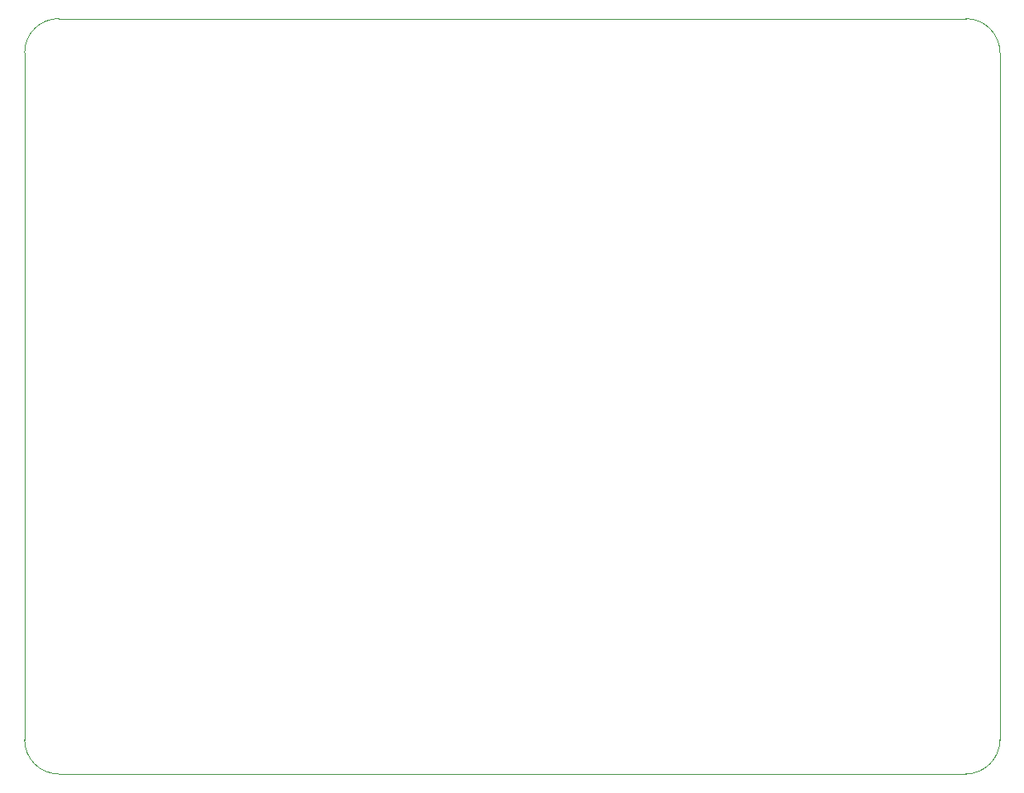
<source format=gbr>
%TF.GenerationSoftware,KiCad,Pcbnew,9.0.3*%
%TF.CreationDate,2025-12-22T19:21:40+07:00*%
%TF.ProjectId,BSPD v4 Rev 5,42535044-2076-4342-9052-657620352e6b,rev?*%
%TF.SameCoordinates,Original*%
%TF.FileFunction,Profile,NP*%
%FSLAX46Y46*%
G04 Gerber Fmt 4.6, Leading zero omitted, Abs format (unit mm)*
G04 Created by KiCad (PCBNEW 9.0.3) date 2025-12-22 19:21:40*
%MOMM*%
%LPD*%
G01*
G04 APERTURE LIST*
%TA.AperFunction,Profile*%
%ADD10C,0.038100*%
%TD*%
G04 APERTURE END LIST*
D10*
X237650000Y-144975000D02*
X144650000Y-144975000D01*
X241150000Y-141475000D02*
G75*
G02*
X237650000Y-144975000I-3500000J0D01*
G01*
X141150000Y-70975000D02*
G75*
G02*
X144650000Y-67475000I3500000J0D01*
G01*
X141150000Y-141475000D02*
X141150000Y-70975000D01*
X241150000Y-70975000D02*
X241150000Y-141475000D01*
X144650000Y-144975000D02*
G75*
G02*
X141150000Y-141475000I0J3500000D01*
G01*
X237650000Y-67475000D02*
G75*
G02*
X241150000Y-70975000I0J-3500000D01*
G01*
X144650000Y-67475000D02*
X237650000Y-67475000D01*
M02*

</source>
